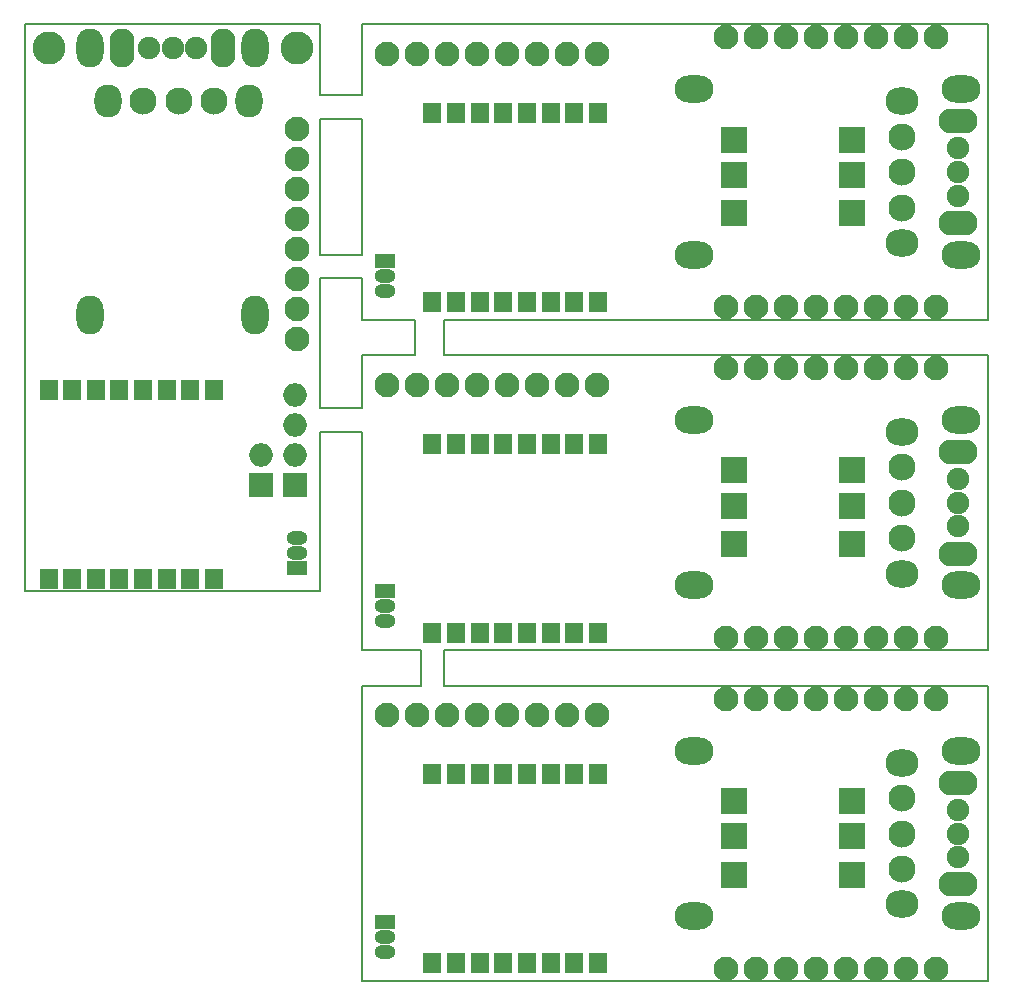
<source format=gbr>
G04 #@! TF.FileFunction,Soldermask,Bot*
%FSLAX46Y46*%
G04 Gerber Fmt 4.6, Leading zero omitted, Abs format (unit mm)*
G04 Created by KiCad (PCBNEW 4.0.6) date 07/26/18 14:24:44*
%MOMM*%
%LPD*%
G01*
G04 APERTURE LIST*
%ADD10C,0.100000*%
%ADD11C,0.150000*%
%ADD12O,3.300000X2.300000*%
%ADD13C,2.300000*%
%ADD14O,2.800000X2.300000*%
%ADD15C,2.100000*%
%ADD16R,1.500000X1.800000*%
%ADD17O,1.800000X1.200000*%
%ADD18R,1.800000X1.200000*%
%ADD19O,3.300000X2.100000*%
%ADD20C,1.900000*%
%ADD21R,2.298980X2.298980*%
%ADD22O,2.300000X3.300000*%
%ADD23R,2.000000X2.000000*%
%ADD24O,2.000000X2.000000*%
%ADD25C,2.800000*%
%ADD26O,2.100000X3.300000*%
%ADD27O,2.300000X2.800000*%
G04 APERTURE END LIST*
D10*
D11*
X113000000Y-61000000D02*
X67000000Y-61000000D01*
X67000000Y-58000000D02*
X113000000Y-58000000D01*
X60000000Y-61000000D02*
X64500000Y-61000000D01*
X60000000Y-58000000D02*
X64500000Y-58000000D01*
X60000000Y-54500000D02*
X60000000Y-58000000D01*
X60000000Y-41000000D02*
X60000000Y-52500000D01*
X60000000Y-33000000D02*
X60000000Y-39000000D01*
X56500000Y-33000000D02*
X56500000Y-39000000D01*
X56500000Y-52500000D02*
X56500000Y-41000000D01*
X56500000Y-65500000D02*
X56500000Y-54500000D01*
X56500000Y-81000000D02*
X56500000Y-67500000D01*
X60000000Y-67500000D02*
X60000000Y-86000000D01*
X60000000Y-61000000D02*
X60000000Y-65500000D01*
X113000000Y-89000000D02*
X67000000Y-89000000D01*
X67000000Y-86000000D02*
X113000000Y-86000000D01*
X60000000Y-86000000D02*
X65000000Y-86000000D01*
X60000000Y-89000000D02*
X65000000Y-89000000D01*
X67000000Y-86000000D02*
X67000000Y-89000000D01*
X65000000Y-86000000D02*
X65000000Y-89000000D01*
X56500000Y-67500000D02*
X60000000Y-67500000D01*
X56500000Y-65500000D02*
X60000000Y-65500000D01*
X67000000Y-61000000D02*
X67000000Y-58000000D01*
X64500000Y-58000000D02*
X64500000Y-61000000D01*
X56500000Y-54500000D02*
X60000000Y-54500000D01*
X56500000Y-52500000D02*
X60000000Y-52500000D01*
X56500000Y-41000000D02*
X60000000Y-41000000D01*
X56500000Y-39000000D02*
X60000000Y-39000000D01*
X113000000Y-33000000D02*
X60000000Y-33000000D01*
X113000000Y-33000000D02*
X113000000Y-58000000D01*
X113000000Y-61000000D02*
X113000000Y-86000000D01*
X60000000Y-114000000D02*
X113000000Y-114000000D01*
X60000000Y-89000000D02*
X60000000Y-114000000D01*
X113000000Y-89000000D02*
X113000000Y-114000000D01*
X31500000Y-33000000D02*
X56500000Y-33000000D01*
X31500000Y-34500000D02*
X31500000Y-33000000D01*
X31500000Y-81000000D02*
X56500000Y-81000000D01*
X31500000Y-80500000D02*
X31500000Y-81000000D01*
X31500000Y-80500000D02*
X31500000Y-34500000D01*
D12*
X88150000Y-38500000D03*
X88150000Y-52500000D03*
X110750000Y-52500000D03*
X110750000Y-38500000D03*
D13*
X105750000Y-48500000D03*
D14*
X105750000Y-51500000D03*
X105750000Y-39500000D03*
D13*
X105750000Y-42500000D03*
X105750000Y-45500000D03*
D15*
X90840000Y-56930000D03*
X93380000Y-56930000D03*
X95920000Y-56930000D03*
X98460000Y-56930000D03*
X101000000Y-56930000D03*
X103540000Y-56930000D03*
X106080000Y-56930000D03*
X108620000Y-56930000D03*
X108620000Y-34070000D03*
X106080000Y-34070000D03*
X103540000Y-34070000D03*
X101000000Y-34070000D03*
X98460000Y-34070000D03*
X95920000Y-34070000D03*
X93380000Y-34070000D03*
X90840000Y-34070000D03*
D16*
X66000000Y-56500000D03*
X68000000Y-56500000D03*
X70000000Y-56500000D03*
X72000000Y-56500000D03*
X74000000Y-56500000D03*
X76000000Y-56500000D03*
X78000000Y-56500000D03*
X80000000Y-56500000D03*
X80000000Y-40500000D03*
X78000000Y-40500000D03*
X76000000Y-40500000D03*
X74000000Y-40500000D03*
X72000000Y-40500000D03*
X70000000Y-40500000D03*
X68000000Y-40500000D03*
X66000000Y-40500000D03*
D15*
X69730000Y-35500000D03*
X72270000Y-35500000D03*
X67190000Y-35500000D03*
X74810000Y-35500000D03*
X64650000Y-35500000D03*
X77350000Y-35500000D03*
X62110000Y-35500000D03*
X79890000Y-35500000D03*
D17*
X62000000Y-54270000D03*
X62000000Y-55540000D03*
D18*
X62000000Y-53000000D03*
D19*
X110500000Y-49800000D03*
X110500000Y-41200000D03*
D20*
X110500000Y-47500000D03*
X110500000Y-43500000D03*
X110500000Y-45500000D03*
D21*
X91498740Y-45750000D03*
X101501260Y-45750000D03*
X101501260Y-42750000D03*
X91498740Y-42750000D03*
X101501260Y-49000000D03*
X91498740Y-49000000D03*
D12*
X88150000Y-66500000D03*
X88150000Y-80500000D03*
X110750000Y-80500000D03*
X110750000Y-66500000D03*
D13*
X105750000Y-76500000D03*
D14*
X105750000Y-79500000D03*
X105750000Y-67500000D03*
D13*
X105750000Y-70500000D03*
X105750000Y-73500000D03*
D15*
X90840000Y-84930000D03*
X93380000Y-84930000D03*
X95920000Y-84930000D03*
X98460000Y-84930000D03*
X101000000Y-84930000D03*
X103540000Y-84930000D03*
X106080000Y-84930000D03*
X108620000Y-84930000D03*
X108620000Y-62070000D03*
X106080000Y-62070000D03*
X103540000Y-62070000D03*
X101000000Y-62070000D03*
X98460000Y-62070000D03*
X95920000Y-62070000D03*
X93380000Y-62070000D03*
X90840000Y-62070000D03*
D16*
X66000000Y-84500000D03*
X68000000Y-84500000D03*
X70000000Y-84500000D03*
X72000000Y-84500000D03*
X74000000Y-84500000D03*
X76000000Y-84500000D03*
X78000000Y-84500000D03*
X80000000Y-84500000D03*
X80000000Y-68500000D03*
X78000000Y-68500000D03*
X76000000Y-68500000D03*
X74000000Y-68500000D03*
X72000000Y-68500000D03*
X70000000Y-68500000D03*
X68000000Y-68500000D03*
X66000000Y-68500000D03*
D15*
X69730000Y-63500000D03*
X72270000Y-63500000D03*
X67190000Y-63500000D03*
X74810000Y-63500000D03*
X64650000Y-63500000D03*
X77350000Y-63500000D03*
X62110000Y-63500000D03*
X79890000Y-63500000D03*
D17*
X62000000Y-82270000D03*
X62000000Y-83540000D03*
D18*
X62000000Y-81000000D03*
D19*
X110500000Y-77800000D03*
X110500000Y-69200000D03*
D20*
X110500000Y-75500000D03*
X110500000Y-71500000D03*
X110500000Y-73500000D03*
D21*
X91498740Y-73750000D03*
X101501260Y-73750000D03*
X101501260Y-70750000D03*
X91498740Y-70750000D03*
X101501260Y-77000000D03*
X91498740Y-77000000D03*
D12*
X88150000Y-94500000D03*
X88150000Y-108500000D03*
X110750000Y-108500000D03*
X110750000Y-94500000D03*
D13*
X105750000Y-104500000D03*
D14*
X105750000Y-107500000D03*
X105750000Y-95500000D03*
D13*
X105750000Y-98500000D03*
X105750000Y-101500000D03*
D15*
X90840000Y-112930000D03*
X93380000Y-112930000D03*
X95920000Y-112930000D03*
X98460000Y-112930000D03*
X101000000Y-112930000D03*
X103540000Y-112930000D03*
X106080000Y-112930000D03*
X108620000Y-112930000D03*
X108620000Y-90070000D03*
X106080000Y-90070000D03*
X103540000Y-90070000D03*
X101000000Y-90070000D03*
X98460000Y-90070000D03*
X95920000Y-90070000D03*
X93380000Y-90070000D03*
X90840000Y-90070000D03*
D16*
X66000000Y-112500000D03*
X68000000Y-112500000D03*
X70000000Y-112500000D03*
X72000000Y-112500000D03*
X74000000Y-112500000D03*
X76000000Y-112500000D03*
X78000000Y-112500000D03*
X80000000Y-112500000D03*
X80000000Y-96500000D03*
X78000000Y-96500000D03*
X76000000Y-96500000D03*
X74000000Y-96500000D03*
X72000000Y-96500000D03*
X70000000Y-96500000D03*
X68000000Y-96500000D03*
X66000000Y-96500000D03*
D15*
X69730000Y-91500000D03*
X72270000Y-91500000D03*
X67190000Y-91500000D03*
X74810000Y-91500000D03*
X64650000Y-91500000D03*
X77350000Y-91500000D03*
X62110000Y-91500000D03*
X79890000Y-91500000D03*
D17*
X62000000Y-110270000D03*
X62000000Y-111540000D03*
D18*
X62000000Y-109000000D03*
D19*
X110500000Y-105800000D03*
X110500000Y-97200000D03*
D20*
X110500000Y-103500000D03*
X110500000Y-99500000D03*
X110500000Y-101500000D03*
D21*
X91498740Y-101750000D03*
X101501260Y-101750000D03*
X101501260Y-98750000D03*
X91498740Y-98750000D03*
X101501260Y-105000000D03*
X91498740Y-105000000D03*
D22*
X37000000Y-57600000D03*
X51000000Y-57600000D03*
X51000000Y-35000000D03*
X37000000Y-35000000D03*
D15*
X54500000Y-49480000D03*
X54500000Y-52020000D03*
X54500000Y-46940000D03*
X54500000Y-54560000D03*
X54500000Y-44400000D03*
X54500000Y-57100000D03*
X54500000Y-41860000D03*
X54500000Y-59640000D03*
D23*
X51500000Y-72000000D03*
D24*
X51500000Y-69460000D03*
D25*
X54500000Y-35000000D03*
X33500000Y-35000000D03*
D17*
X54500000Y-77730000D03*
X54500000Y-76460000D03*
D18*
X54500000Y-79000000D03*
D16*
X33500000Y-79920000D03*
X35500000Y-79920000D03*
X37500000Y-79920000D03*
X39500000Y-79920000D03*
X41500000Y-79920000D03*
X43500000Y-79920000D03*
X45500000Y-79920000D03*
X47500000Y-79920000D03*
X47500000Y-63920000D03*
X45500000Y-63920000D03*
X43500000Y-63920000D03*
X41500000Y-63920000D03*
X39500000Y-63920000D03*
X37500000Y-63920000D03*
X35500000Y-63920000D03*
X33500000Y-63920000D03*
D23*
X54400000Y-72000000D03*
D24*
X54400000Y-69460000D03*
X54400000Y-66920000D03*
X54400000Y-64380000D03*
D26*
X48300000Y-35000000D03*
X39700000Y-35000000D03*
D20*
X46000000Y-35000000D03*
X42000000Y-35000000D03*
X44000000Y-35000000D03*
D13*
X47500000Y-39500000D03*
D27*
X50500000Y-39500000D03*
X38500000Y-39500000D03*
D13*
X41500000Y-39500000D03*
X44500000Y-39500000D03*
M02*

</source>
